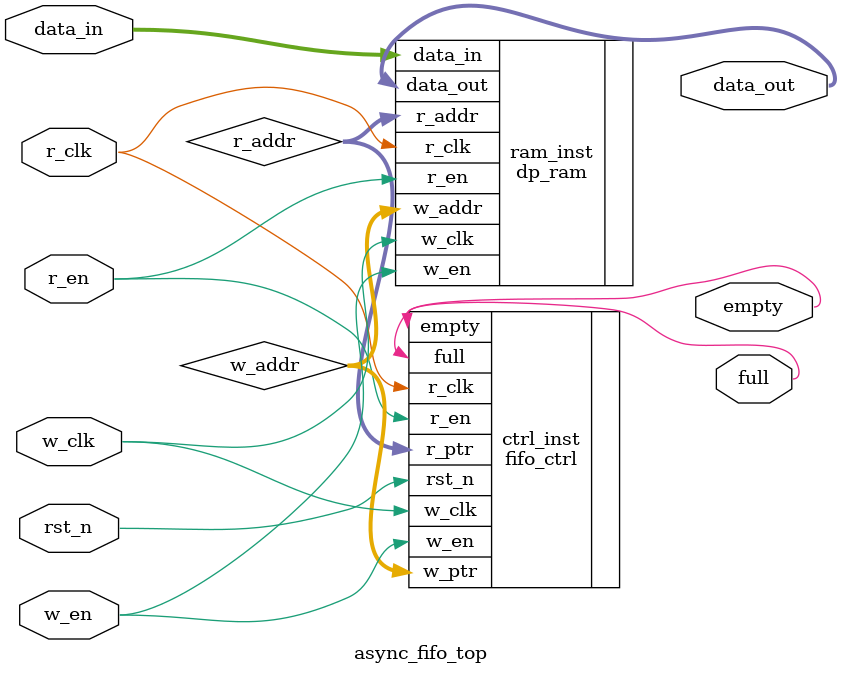
<source format=v>
module async_fifo_top(
    input w_clk, r_clk,      // 异步读写时钟（同频）
    input rst_n,             // 异步复位
    input [15:0] data_in,    // 16位数据输入
    output [15:0] data_out,  // 16位数据输出
    output full, empty,      // 状态标志
    input w_en, r_en         // 读写使能
);
    // 控制信号连接
    wire [5:0] w_addr, r_addr;
    
    // 实例化控制模块（网页13架构参考）
    fifo_ctrl ctrl_inst (
        .w_clk(w_clk),
        .r_clk(r_clk),
        .rst_n(rst_n),
        .w_en(w_en),
        .r_en(r_en),
        .full(full),
        .empty(empty),
        .w_ptr(w_addr),
        .r_ptr(r_addr)
    );

    // 实例化双端口RAM（课程设计要求16K存储）
// 参数传递必须严格匹配
dp_ram #(
    .DEPTH(64),   // 深度=64（符合16K存储需求：64×256=16,384）
    .WIDTH(16)    // 位宽=16位
) ram_inst (
    .w_clk(w_clk),
    .r_clk(r_clk),
    .w_en(w_en),
    .r_en(r_en),
    .w_addr(w_addr),
    .r_addr(r_addr),
    .data_in(data_in),
    .data_out(data_out)
);
endmodule
</source>
